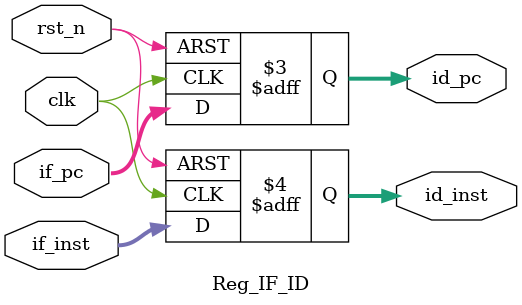
<source format=sv>
module Reg_IF_ID (
  input  wire        clk    ,
  input  wire        rst_n  ,
  input  wire [31:0] if_pc  ,
  input  wire [31:0] if_inst,
  output reg  [31:0] id_pc  ,
  output reg  [31:0] id_inst 
);
  always @ (posedge clk or negedge rst_n) begin
    if (!rst_n) begin
      id_pc   <= 0;
      id_inst <= 0;
    end else begin
      id_pc   <= if_pc;
      id_inst <= if_inst;
    end
  end
endmodule // reg_if_id
</source>
